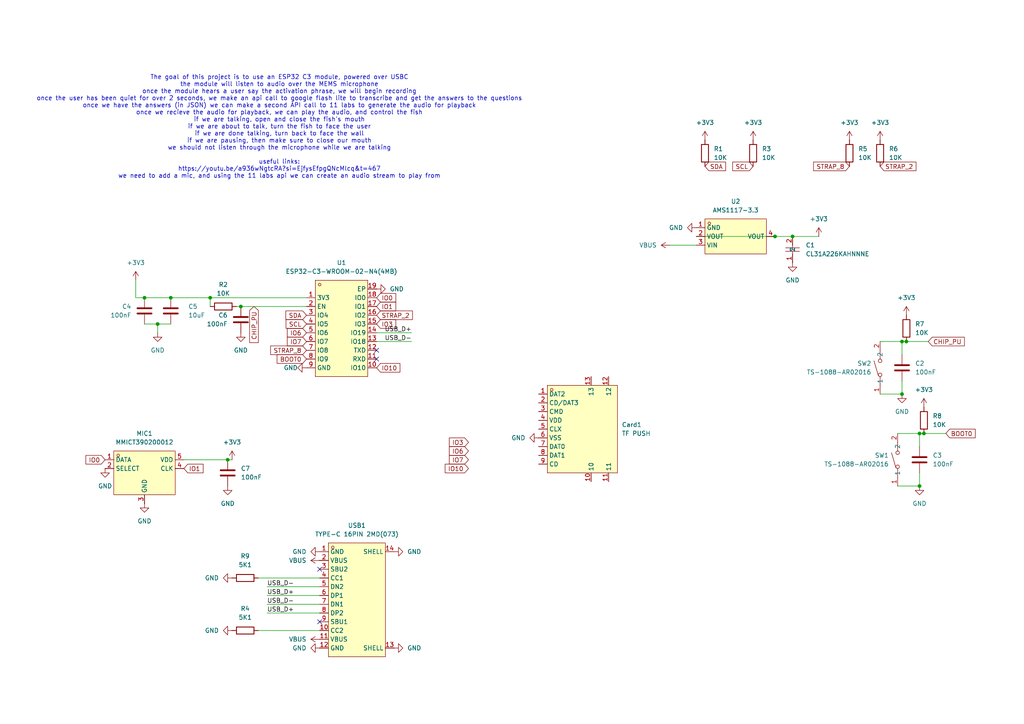
<source format=kicad_sch>
(kicad_sch (version 20231120) (generator "eeschema") (generator_version "8.0")
  (paper "A4")
  (lib_symbols
    (symbol "Device:C" (pin_numbers hide) (pin_names (offset 0.254))
      (property "Reference" "C" (at 0.635 2.54 0))
      (property "Value" "C" (at 0.635 -2.54 0))
      (symbol "C_0_1"
        (polyline (pts (xy -2.032 -0.762) (xy 2.032 -0.762)) (stroke (width 0.508)))
        (polyline (pts (xy -2.032 0.762) (xy 2.032 0.762)) (stroke (width 0.508)))
      )
      (symbol "C_1_1"
        (pin passive line (at 0 3.81 270) (length 2.794) (name "~") (number "1"))
        (pin passive line (at 0 -3.81 90) (length 2.794) (name "~") (number "2"))
      )
    )
    (symbol "Device:R" (pin_numbers hide) (pin_names (offset 0))
      (property "Reference" "R" (at 2.032 0 90))
      (property "Value" "R" (at 0 0 90))
      (symbol "R_0_1"
        (rectangle (start -1.016 -2.54) (end 1.016 2.54) (stroke (width 0.254)))
      )
      (symbol "R_1_1"
        (pin passive line (at 0 3.81 270) (length 1.27) (name "~") (number "1"))
        (pin passive line (at 0 -3.81 90) (length 1.27) (name "~") (number "2"))
      )
    )
    (symbol "lib:AMS1117-3.3"
      (property "Reference" "U" (at 0 7.62 0))
      (property "Value" "AMS1117-3.3" (at 0 -7.62 0))
      (symbol "AMS1117-3.3_0_1"
        (rectangle (start -8.89 5.08) (end 8.89 -5.08) (fill (type background)))
        (circle (center -7.62 3.81) (radius 0.38))
        (pin unspecified line (at -11.43 2.54 0) (length 2.54) (name "GND") (number "1"))
        (pin unspecified line (at -11.43 0 0) (length 2.54) (name "VOUT") (number "2"))
        (pin unspecified line (at -11.43 -2.54 0) (length 2.54) (name "VIN") (number "3"))
        (pin unspecified line (at 11.43 0 180) (length 2.54) (name "VOUT") (number "4"))
      )
    )
    (symbol "lib:CL31A226KAHNNNE"
      (property "Reference" "C" (at 0 5.08 0))
      (property "Value" "CL31A226KAHNNNE" (at 0 -5.08 0))
      (symbol "CL31A226KAHNNNE_0_1"
        (polyline (pts (xy -1.27 0) (xy -0.51 0)))
        (polyline (pts (xy -0.51 2.03) (xy -0.51 -2.03)))
        (polyline (pts (xy 0.51 0) (xy 1.27 0)))
        (polyline (pts (xy 0.51 2.03) (xy 0.51 -2.03)))
        (pin input line (at -3.81 0 0) (length 2.54) (name "1") (number "1"))
        (pin input line (at 3.81 0 180) (length 2.54) (name "2") (number "2"))
      )
    )
    (symbol "lib:ESP32-C3-WROOM-02-N4(4MB)"
      (property "Reference" "U" (at 0 16.51 0))
      (property "Value" "ESP32-C3-WROOM-02-N4(4MB)" (at 0 -16.51 0))
      (symbol "ESP32-C3-WROOM-02-N4(4MB)_0_1"
        (rectangle (start -7.62 13.97) (end 7.62 -13.97) (fill (type background)))
        (circle (center -6.35 12.7) (radius 0.38))
        (pin unspecified line (at -10.16 8.89 0) (length 2.54) (name "3V3") (number "1"))
        (pin unspecified line (at 10.16 -11.43 180) (length 2.54) (name "IO10") (number "10"))
        (pin unspecified line (at 10.16 -8.89 180) (length 2.54) (name "RXD") (number "11"))
        (pin unspecified line (at 10.16 -6.35 180) (length 2.54) (name "TXD") (number "12"))
        (pin unspecified line (at 10.16 -3.81 180) (length 2.54) (name "IO18") (number "13"))
        (pin unspecified line (at 10.16 -1.27 180) (length 2.54) (name "IO19") (number "14"))
        (pin unspecified line (at 10.16 1.27 180) (length 2.54) (name "IO3") (number "15"))
        (pin unspecified line (at 10.16 3.81 180) (length 2.54) (name "IO2") (number "16"))
        (pin unspecified line (at 10.16 6.35 180) (length 2.54) (name "IO1") (number "17"))
        (pin unspecified line (at 10.16 8.89 180) (length 2.54) (name "IO0") (number "18"))
        (pin unspecified line (at 10.16 11.43 180) (length 2.54) (name "EP") (number "19"))
        (pin unspecified line (at -10.16 6.35 0) (length 2.54) (name "EN") (number "2"))
        (pin unspecified line (at -10.16 3.81 0) (length 2.54) (name "IO4") (number "3"))
        (pin unspecified line (at -10.16 1.27 0) (length 2.54) (name "IO5") (number "4"))
        (pin unspecified line (at -10.16 -1.27 0) (length 2.54) (name "IO6") (number "5"))
        (pin unspecified line (at -10.16 -3.81 0) (length 2.54) (name "IO7") (number "6"))
        (pin unspecified line (at -10.16 -6.35 0) (length 2.54) (name "IO8") (number "7"))
        (pin unspecified line (at -10.16 -8.89 0) (length 2.54) (name "IO9") (number "8"))
        (pin unspecified line (at -10.16 -11.43 0) (length 2.54) (name "GND") (number "9"))
      )
    )
    (symbol "lib:MMICT390200012"
      (property "Reference" "MIC" (at 0 10.16 0))
      (property "Value" "MMICT390200012" (at 0 -12.7 0))
      (symbol "MMICT390200012_0_1"
        (rectangle (start -8.89 7.62) (end 8.89 -5.08) (fill (type background)))
        (circle (center -7.62 6.35) (radius 0.38))
        (pin unspecified line (at -11.43 5.08 0) (length 2.54) (name "DATA") (number "1"))
        (pin unspecified line (at -11.43 2.54 0) (length 2.54) (name "SELECT") (number "2"))
        (pin unspecified line (at 0 -7.62 90) (length 2.54) (name "GND") (number "3"))
        (pin unspecified line (at 11.43 2.54 180) (length 2.54) (name "CLK") (number "4"))
        (pin unspecified line (at 11.43 5.08 180) (length 2.54) (name "VDD") (number "5"))
      )
    )
    (symbol "lib:TFPUSH"
      (property "Reference" "Card" (at 0 20.32 0))
      (property "Value" "TF PUSH" (at 0 -20.32 0))
      (symbol "TFPUSH_0_1"
        (rectangle (start -7.62 12.7) (end 12.7 -12.7) (fill (type background)))
        (circle (center -6.35 11.43) (radius 0.38))
        (pin unspecified line (at -10.16 10.16 0) (length 2.54) (name "DAT2") (number "1"))
        (pin unspecified line (at 5.08 -15.24 90) (length 2.54) (name "10") (number "10"))
        (pin unspecified line (at 10.16 -15.24 90) (length 2.54) (name "11") (number "11"))
        (pin unspecified line (at 10.16 15.24 270) (length 2.54) (name "12") (number "12"))
        (pin unspecified line (at 5.08 15.24 270) (length 2.54) (name "13") (number "13"))
        (pin unspecified line (at -10.16 7.62 0) (length 2.54) (name "CD/DAT3") (number "2"))
        (pin unspecified line (at -10.16 5.08 0) (length 2.54) (name "CMD") (number "3"))
        (pin unspecified line (at -10.16 2.54 0) (length 2.54) (name "VDD") (number "4"))
        (pin unspecified line (at -10.16 0 0) (length 2.54) (name "CLX") (number "5"))
        (pin unspecified line (at -10.16 -2.54 0) (length 2.54) (name "VSS") (number "6"))
        (pin unspecified line (at -10.16 -5.08 0) (length 2.54) (name "DAT0") (number "7"))
        (pin unspecified line (at -10.16 -7.62 0) (length 2.54) (name "DAT1") (number "8"))
        (pin unspecified line (at -10.16 -10.16 0) (length 2.54) (name "CD") (number "9"))
      )
    )
    (symbol "lib:TS-1088-AR02016"
      (property "Reference" "SW" (at 0 5.08 0))
      (property "Value" "TS-1088-AR02016" (at 0 -5.08 0))
      (symbol "TS-1088-AR02016_0_1"
        (circle (center -2.03 0) (radius 0.51))
        (polyline (pts (xy -5.08 0) (xy -2.54 0)))
        (polyline (pts (xy -2.29 0.51) (xy 2.03 1.78)))
        (polyline (pts (xy 5.08 0) (xy 2.54 0)))
        (circle (center 2.03 0) (radius 0.51))
        (pin unspecified line (at -7.62 0 0) (length 2.54) (name "1") (number "1"))
        (pin unspecified line (at 7.62 0 180) (length 2.54) (name "2") (number "2"))
      )
    )
    (symbol "lib:TYPE-C16PIN2MD(073)"
      (property "Reference" "USB" (at 0 19.05 0))
      (property "Value" "TYPE-C 16PIN 2MD(073)" (at 0 -19.05 0))
      (symbol "TYPE-C16PIN2MD(073)_0_1"
        (rectangle (start -8.89 16.51) (end 7.62 -16.51) (fill (type background)))
        (circle (center -7.62 15.24) (radius 0.38))
        (pin unspecified line (at -11.43 13.97 0) (length 2.54) (name "GND") (number "1"))
        (pin unspecified line (at -11.43 -8.89 0) (length 2.54) (name "CC2") (number "10"))
        (pin unspecified line (at -11.43 -11.43 0) (length 2.54) (name "VBUS") (number "11"))
        (pin unspecified line (at -11.43 -13.97 0) (length 2.54) (name "GND") (number "12"))
        (pin unspecified line (at 10.16 -13.97 180) (length 2.54) (name "SHELL") (number "13"))
        (pin unspecified line (at 10.16 13.97 180) (length 2.54) (name "SHELL") (number "14"))
        (pin unspecified line (at -11.43 11.43 0) (length 2.54) (name "VBUS") (number "2"))
        (pin unspecified line (at -11.43 8.89 0) (length 2.54) (name "SBU2") (number "3"))
        (pin unspecified line (at -11.43 6.35 0) (length 2.54) (name "CC1") (number "4"))
        (pin unspecified line (at -11.43 3.81 0) (length 2.54) (name "DN2") (number "5"))
        (pin unspecified line (at -11.43 1.27 0) (length 2.54) (name "DP1") (number "6"))
        (pin unspecified line (at -11.43 -1.27 0) (length 2.54) (name "DN1") (number "7"))
        (pin unspecified line (at -11.43 -3.81 0) (length 2.54) (name "DP2") (number "8"))
        (pin unspecified line (at -11.43 -6.35 0) (length 2.54) (name "SBU1") (number "9"))
      )
    )
    (symbol "power:+3V3" (power) (pin_numbers hide) (pin_names (offset 0) hide)
      (property "Value" "+3V3" (at 0 3.556 0))
      (symbol "+3V3_0_1"
        (polyline (pts (xy -0.762 1.27) (xy 0 2.54)))
        (polyline (pts (xy 0 0) (xy 0 2.54)))
        (polyline (pts (xy 0 2.54) (xy 0.762 1.27)))
      )
      (symbol "+3V3_1_1"
        (pin power_in line (at 0 0 90) (length 0) (name "~") (number "1"))
      )
    )
    (symbol "power:GND" (power) (pin_numbers hide) (pin_names (offset 0) hide)
      (property "Value" "GND" (at 0 -3.81 0))
      (symbol "GND_0_1"
        (polyline (pts (xy 0 0) (xy 0 -1.27) (xy 1.27 -1.27) (xy 0 -2.54) (xy -1.27 -1.27) (xy 0 -1.27)))
      )
      (symbol "GND_1_1"
        (pin power_in line (at 0 0 270) (length 0) (name "~") (number "1"))
      )
    )
    (symbol "power:VBUS" (power) (pin_numbers hide) (pin_names (offset 0) hide)
      (property "Value" "VBUS" (at 0 3.556 0))
      (symbol "VBUS_0_1"
        (polyline (pts (xy -0.762 1.27) (xy 0 2.54)))
        (polyline (pts (xy 0 0) (xy 0 2.54)))
        (polyline (pts (xy 0 2.54) (xy 0.762 1.27)))
      )
      (symbol "VBUS_1_1"
        (pin power_in line (at 0 0 90) (length 0) (name "~") (number "1"))
      )
    )
  )
  (junction (at 224.79 68.58))
  (junction (at 66.04 133.35))
  (junction (at 45.72 93.98))
  (junction (at 49.53 86.36))
  (junction (at 267.97 125.73))
  (junction (at 60.96 86.36))
  (junction (at 266.7 125.73))
  (junction (at 229.87 68.58))
  (junction (at 69.85 88.9))
  (junction (at 41.91 86.36))
  (junction (at 266.7 140.97))
  (junction (at 261.62 114.3))
  (junction (at 262.89 99.06))
  (junction (at 261.62 99.06))
  (no_connect (at 109.22 101.6))
  (no_connect (at 92.71 165.1))
  (no_connect (at 92.71 180.34))
  (no_connect (at 109.22 104.14))
  (wire (pts (xy 66.04 133.35) (xy 53.34 133.35)))
  (wire (pts (xy 77.47 172.72) (xy 92.71 172.72)))
  (wire (pts (xy 194.31 71.12) (xy 201.93 71.12)))
  (wire (pts (xy 119.38 96.52) (xy 109.22 96.52)))
  (wire (pts (xy 229.87 68.58) (xy 224.79 68.58)))
  (wire (pts (xy 260.35 140.97) (xy 266.7 140.97)))
  (wire (pts (xy 255.27 99.06) (xy 261.62 99.06)))
  (wire (pts (xy 69.85 88.9) (xy 88.9 88.9)))
  (wire (pts (xy 49.53 86.36) (xy 60.96 86.36)))
  (wire (pts (xy 261.62 99.06) (xy 262.89 99.06)))
  (wire (pts (xy 60.96 86.36) (xy 88.9 86.36)))
  (wire (pts (xy 74.93 182.88) (xy 92.71 182.88)))
  (wire (pts (xy 39.37 86.36) (xy 41.91 86.36)))
  (wire (pts (xy 49.53 93.98) (xy 45.72 93.98)))
  (wire (pts (xy 266.7 137.16) (xy 266.7 140.97)))
  (wire (pts (xy 261.62 99.06) (xy 261.62 102.87)))
  (wire (pts (xy 45.72 96.52) (xy 45.72 93.98)))
  (wire (pts (xy 77.47 175.26) (xy 92.71 175.26)))
  (wire (pts (xy 74.93 167.64) (xy 92.71 167.64)))
  (wire (pts (xy 68.58 88.9) (xy 69.85 88.9)))
  (wire (pts (xy 201.93 68.58) (xy 224.79 68.58)))
  (wire (pts (xy 77.47 177.8) (xy 92.71 177.8)))
  (wire (pts (xy 266.7 125.73) (xy 266.7 129.54)))
  (wire (pts (xy 267.97 125.73) (xy 274.32 125.73)))
  (wire (pts (xy 119.38 99.06) (xy 109.22 99.06)))
  (wire (pts (xy 77.47 170.18) (xy 92.71 170.18)))
  (wire (pts (xy 262.89 99.06) (xy 269.24 99.06)))
  (wire (pts (xy 237.49 68.58) (xy 229.87 68.58)))
  (wire (pts (xy 41.91 86.36) (xy 49.53 86.36)))
  (wire (pts (xy 67.31 133.35) (xy 66.04 133.35)))
  (wire (pts (xy 260.35 125.73) (xy 266.7 125.73)))
  (wire (pts (xy 60.96 86.36) (xy 60.96 88.9)))
  (wire (pts (xy 255.27 114.3) (xy 261.62 114.3)))
  (wire (pts (xy 39.37 81.28) (xy 39.37 86.36)))
  (wire (pts (xy 41.91 93.98) (xy 45.72 93.98)))
  (wire (pts (xy 266.7 125.73) (xy 267.97 125.73)))
  (wire (pts (xy 261.62 110.49) (xy 261.62 114.3)))
  (text "The goal of this project is to use an ESP32 C3 module, powered over USBC\nthe module will listen to audio over the MEMS microphone\nonce the module hears a user say the activation phrase, we will begin recording\nonce the user has been quiet for over 2 seconds, we make an api call to google flash lite to transcribe and get the answers to the questions\nonce we have the answers (in JSON) we can make a second API call to 11 labs to generate the audio for playback\nonce we recieve the audio for playback, we can play the audio, and control the fish\nif we are talking, open and close the fish's mouth\nif we are about to talk, turn the fish to face the user\nif we are done talking, turn back to face the wall\nif we are pausing, then make sure to close our mouth\nwe should not listen through the microphone while we are talking\n\nuseful links:\nhttps://youtu.be/a936wNgtcRA?si=EjfysEfpgQNcMlcq&t=467\nwe need to add a mic, and using the 11 labs api we can create an audio stream to play from" (at 81.026 36.83 0) (effects (font (size 1.27 1.27))))
  (label "USB_D+" (at 77.47 172.72 0))
  (label "USB_D+" (at 77.47 177.8 0))
  (label "USB_D+" (at 119.38 96.52 180))
  (label "USB_D-" (at 119.38 99.06 180))
  (label "USB_D-" (at 77.47 170.18 0))
  (label "USB_D-" (at 77.47 175.26 0))
  (global_label "STRAP_8" (shape input) (at 246.38 48.26 180) (property "Intersheetrefs" "${INTERSHEET_REFS}" (effects (hide yes))))
  (global_label "IO7" (shape input) (at 88.9 99.06 180) (property "Intersheetrefs" "${INTERSHEET_REFS}" (effects (hide yes))))
  (global_label "SDA" (shape input) (at 204.47 48.26 0) (property "Intersheetrefs" "${INTERSHEET_REFS}" (effects (hide yes))))
  (global_label "STRAP_2" (shape input) (at 255.27 48.26 0) (property "Intersheetrefs" "${INTERSHEET_REFS}" (effects (hide yes))))
  (global_label "STRAP_2" (shape input) (at 109.22 91.44 0) (property "Intersheetrefs" "${INTERSHEET_REFS}" (effects (hide yes))))
  (global_label "IO1" (shape input) (at 53.34 135.89 0) (property "Intersheetrefs" "${INTERSHEET_REFS}" (effects (hide yes))))
  (global_label "IO3" (shape input) (at 135.89 128.27 180) (property "Intersheetrefs" "${INTERSHEET_REFS}" (effects (hide yes))))
  (global_label "STRAP_8" (shape input) (at 88.9 101.6 180) (property "Intersheetrefs" "${INTERSHEET_REFS}" (effects (hide yes))))
  (global_label "IO3" (shape input) (at 109.22 93.98 0) (property "Intersheetrefs" "${INTERSHEET_REFS}" (effects (hide yes))))
  (global_label "IO0" (shape input) (at 30.48 133.35 180) (property "Intersheetrefs" "${INTERSHEET_REFS}" (effects (hide yes))))
  (global_label "SDA" (shape input) (at 88.9 91.44 180) (property "Intersheetrefs" "${INTERSHEET_REFS}" (effects (hide yes))))
  (global_label "IO10" (shape input) (at 109.22 106.68 0) (property "Intersheetrefs" "${INTERSHEET_REFS}" (effects (hide yes))))
  (global_label "BOOT0" (shape input) (at 274.32 125.73 0) (property "Intersheetrefs" "${INTERSHEET_REFS}" (effects (hide yes))))
  (global_label "IO6" (shape input) (at 88.9 96.52 180) (property "Intersheetrefs" "${INTERSHEET_REFS}" (effects (hide yes))))
  (global_label "IO1" (shape input) (at 109.22 88.9 0) (property "Intersheetrefs" "${INTERSHEET_REFS}" (effects (hide yes))))
  (global_label "SCL" (shape input) (at 88.9 93.98 180) (property "Intersheetrefs" "${INTERSHEET_REFS}" (effects (hide yes))))
  (global_label "CHIP_PU" (shape input) (at 269.24 99.06 0) (property "Intersheetrefs" "${INTERSHEET_REFS}" (effects (hide yes))))
  (global_label "SCL" (shape input) (at 218.44 48.26 180) (property "Intersheetrefs" "${INTERSHEET_REFS}" (effects (hide yes))))
  (global_label "CHIP_PU" (shape input) (at 73.66 88.9 270) (property "Intersheetrefs" "${INTERSHEET_REFS}" (effects (hide yes))))
  (global_label "IO10" (shape input) (at 135.89 135.89 180) (property "Intersheetrefs" "${INTERSHEET_REFS}" (effects (hide yes))))
  (global_label "IO6" (shape input) (at 135.89 130.81 180) (property "Intersheetrefs" "${INTERSHEET_REFS}" (effects (hide yes))))
  (global_label "IO7" (shape input) (at 135.89 133.35 180) (property "Intersheetrefs" "${INTERSHEET_REFS}" (effects (hide yes))))
  (global_label "BOOT0" (shape input) (at 88.9 104.14 180) (property "Intersheetrefs" "${INTERSHEET_REFS}" (effects (hide yes))))
  (global_label "IO0" (shape input) (at 109.22 86.36 0) (property "Intersheetrefs" "${INTERSHEET_REFS}" (effects (hide yes))))
  (symbol (lib_id "power:+3V3") (at 218.44 40.64 0) (unit 1)
    (property "Reference" "#PWR02" (effects (hide yes)))
    (property "Value" "+3V3" (at 218.44 35.56 0))
    (property "Description" "Power symbol creates a global label with name \"+3V3\"" (effects (hide yes)))
  )
  (symbol (lib_id "power:+3V3") (at 255.27 40.64 0) (unit 1)
    (property "Reference" "#PWR05" (effects (hide yes)))
    (property "Value" "+3V3" (at 255.27 35.56 0))
    (property "Description" "Power symbol creates a global label with name \"+3V3\"" (effects (hide yes)))
  )
  (symbol (lib_id "power:GND") (at 67.31 167.64 270) (unit 1)
    (property "Reference" "#PWR019" (effects (hide yes)))
    (property "Value" "GND" (at 63.5 167.6399 90) (effects (justify right)))
    (property "Description" "Power symbol creates a global label with name \"GND\" , ground" (effects (hide yes)))
  )
  (symbol (lib_id "power:VBUS") (at 92.71 185.42 90) (unit 1)
    (property "Reference" "#PWR021" (effects (hide yes)))
    (property "Value" "VBUS" (at 88.9 185.4199 90) (effects (justify left)))
    (property "Description" "Power symbol creates a global label with name \"VBUS\"" (effects (hide yes)))
  )
  (symbol (lib_id "power:GND") (at 30.48 135.89 0) (unit 1)
    (property "Reference" "#PWR029" (effects (hide yes)))
    (property "Value" "GND" (at 30.48 140.97 0))
    (property "Description" "Power symbol creates a global label with name \"GND\" , ground" (effects (hide yes)))
  )
  (symbol (lib_id "Device:R") (at 255.27 44.45 180) (unit 1)
    (property "Reference" "R6" (at 257.81 43.1799 0) (effects (justify right)))
    (property "Value" "10K" (at 257.81 45.7199 0) (effects (justify right)))
    (property "Footprint" "Resistor_SMD:R_0603_1608Metric" (effects (hide yes)))
    (property "Description" "Resistor" (effects (hide yes)))
  )
  (symbol (lib_id "lib:TFPUSH") (at 166.37 124.46 0) (unit 1)
    (property "Reference" "Card1" (at 180.34 123.1899 0) (effects (justify left)))
    (property "Value" "TF PUSH" (at 180.34 125.7299 0) (effects (justify left)))
    (property "Footprint" "lib:TF-SMD_TF-PUSH" (effects (hide yes)))
    (property "Datasheet" "https://lcsc.com/product-detail/Connector-Card-Sockets_SHOU-HAN-SHOU-HAN-TFDeck-TF-Deck_C393941.html" (effects (hide yes)))
    (property "LCSC Part" "C393941" (effects (hide yes)))
  )
  (symbol (lib_id "lib:TYPE-C16PIN2MD(073)") (at 104.14 173.99 0) (unit 1)
    (property "Reference" "USB1" (at 103.505 152.4 0))
    (property "Value" "TYPE-C 16PIN 2MD(073)" (at 103.505 154.94 0))
    (property "Footprint" "lib:USB-C-SMD_TYPE-C-6PIN-2MD-073" (effects (hide yes)))
    (property "LCSC Part" "C2765186" (effects (hide yes)))
  )
  (symbol (lib_id "power:GND") (at 67.31 182.88 270) (unit 1)
    (property "Reference" "#PWR018" (effects (hide yes)))
    (property "Value" "GND" (at 63.5 182.8799 90) (effects (justify right)))
    (property "Description" "Power symbol creates a global label with name \"GND\" , ground" (effects (hide yes)))
  )
  (symbol (lib_id "Device:C") (at 69.85 92.71 0) (unit 1)
    (property "Reference" "C6" (at 66.04 91.4399 0) (effects (justify right)))
    (property "Value" "100nF" (at 66.04 93.9799 0) (effects (justify right)))
    (property "Footprint" "Capacitor_SMD:C_0402_1005Metric" (effects (hide yes)))
    (property "Description" "Unpolarized capacitor" (effects (hide yes)))
  )
  (symbol (lib_id "power:+3V3") (at 246.38 40.64 0) (unit 1)
    (property "Reference" "#PWR04" (effects (hide yes)))
    (property "Value" "+3V3" (at 246.38 35.56 0))
    (property "Description" "Power symbol creates a global label with name \"+3V3\"" (effects (hide yes)))
  )
  (symbol (lib_id "power:GND") (at 88.9 106.68 270) (unit 1)
    (property "Reference" "#PWR09" (effects (hide yes)))
    (property "Value" "GND" (at 86.36 106.6799 90) (effects (justify right)))
    (property "Description" "Power symbol creates a global label with name \"GND\" , ground" (effects (hide yes)))
  )
  (symbol (lib_id "power:+3V3") (at 237.49 68.58 0) (unit 1)
    (property "Reference" "#PWR024" (effects (hide yes)))
    (property "Value" "+3V3" (at 237.49 63.5 0))
    (property "Description" "Power symbol creates a global label with name \"+3V3\"" (effects (hide yes)))
  )
  (symbol (lib_id "lib:TS-1088-AR02016") (at 255.27 106.68 90) (unit 1)
    (property "Reference" "SW2" (at 252.73 105.4099 90) (effects (justify left)))
    (property "Value" "TS-1088-AR02016" (at 252.73 107.9499 90) (effects (justify left)))
    (property "Footprint" "lib:SW-SMD_L3.9-W3.0-P4.45" (effects (hide yes)))
    (property "Datasheet" "https://lcsc.com/product-detail/Tactile-Switches_XUNPU-TS-1088-AR02016_C720477.html" (effects (hide yes)))
    (property "LCSC Part" "C720477" (effects (hide yes)))
  )
  (symbol (lib_id "Device:C") (at 261.62 106.68 0) (unit 1)
    (property "Reference" "C2" (at 265.43 105.4099 0) (effects (justify left)))
    (property "Value" "100nF" (at 265.43 107.9499 0) (effects (justify left)))
    (property "Footprint" "Capacitor_SMD:C_0402_1005Metric" (effects (hide yes)))
    (property "Description" "Unpolarized capacitor" (effects (hide yes)))
  )
  (symbol (lib_id "power:+3V3") (at 262.89 91.44 0) (unit 1)
    (property "Reference" "#PWR013" (effects (hide yes)))
    (property "Value" "+3V3" (at 262.89 86.36 0))
    (property "Description" "Power symbol creates a global label with name \"+3V3\"" (effects (hide yes)))
  )
  (symbol (lib_id "Device:C") (at 41.91 90.17 0) (unit 1)
    (property "Reference" "C4" (at 38.1 88.8999 0) (effects (justify right)))
    (property "Value" "100nF" (at 38.1 91.4399 0) (effects (justify right)))
    (property "Footprint" "Capacitor_SMD:C_0402_1005Metric" (effects (hide yes)))
    (property "Description" "Unpolarized capacitor" (effects (hide yes)))
  )
  (symbol (lib_id "Device:R") (at 64.77 88.9 90) (unit 1)
    (property "Reference" "R2" (at 64.77 82.55 90))
    (property "Value" "10K" (at 64.77 85.09 90))
    (property "Footprint" "Resistor_SMD:R_0603_1608Metric" (effects (hide yes)))
    (property "Description" "Resistor" (effects (hide yes)))
  )
  (symbol (lib_id "power:GND") (at 201.93 66.04 270) (unit 1)
    (property "Reference" "#PWR025" (effects (hide yes)))
    (property "Value" "GND" (at 198.12 66.0399 90) (effects (justify right)))
    (property "Description" "Power symbol creates a global label with name \"GND\" , ground" (effects (hide yes)))
  )
  (symbol (lib_id "power:GND") (at 114.3 187.96 90) (unit 1)
    (property "Reference" "#PWR016" (effects (hide yes)))
    (property "Value" "GND" (at 118.11 187.9599 90) (effects (justify right)))
    (property "Description" "Power symbol creates a global label with name \"GND\" , ground" (effects (hide yes)))
  )
  (symbol (lib_id "power:GND") (at 69.85 96.52 0) (unit 1)
    (property "Reference" "#PWR08" (effects (hide yes)))
    (property "Value" "GND" (at 69.85 101.6 0))
    (property "Description" "Power symbol creates a global label with name \"GND\" , ground" (effects (hide yes)))
  )
  (symbol (lib_id "lib:TS-1088-AR02016") (at 260.35 133.35 90) (unit 1)
    (property "Reference" "SW1" (at 257.81 132.0799 90) (effects (justify left)))
    (property "Value" "TS-1088-AR02016" (at 257.81 134.6199 90) (effects (justify left)))
    (property "Footprint" "lib:SW-SMD_L3.9-W3.0-P4.45" (effects (hide yes)))
    (property "Datasheet" "https://lcsc.com/product-detail/Tactile-Switches_XUNPU-TS-1088-AR02016_C720477.html" (effects (hide yes)))
    (property "LCSC Part" "C720477" (effects (hide yes)))
  )
  (symbol (lib_id "power:+3V3") (at 67.31 133.35 0) (unit 1)
    (property "Reference" "#PWR027" (effects (hide yes)))
    (property "Value" "+3V3" (at 67.31 128.27 0))
    (property "Description" "Power symbol creates a global label with name \"+3V3\"" (effects (hide yes)))
  )
  (symbol (lib_id "Device:R") (at 204.47 44.45 0) (unit 1)
    (property "Reference" "R1" (at 207.01 43.1799 0) (effects (justify left)))
    (property "Value" "10K" (at 207.01 45.7199 0) (effects (justify left)))
    (property "Footprint" "Resistor_SMD:R_0603_1608Metric" (effects (hide yes)))
    (property "Description" "Resistor" (effects (hide yes)))
  )
  (symbol (lib_id "power:+3V3") (at 204.47 40.64 0) (unit 1)
    (property "Reference" "#PWR01" (effects (hide yes)))
    (property "Value" "+3V3" (at 204.47 35.56 0))
    (property "Description" "Power symbol creates a global label with name \"+3V3\"" (effects (hide yes)))
  )
  (symbol (lib_id "power:+3V3") (at 39.37 81.28 0) (unit 1)
    (property "Reference" "#PWR06" (effects (hide yes)))
    (property "Value" "+3V3" (at 39.37 76.2 0))
    (property "Description" "Power symbol creates a global label with name \"+3V3\"" (effects (hide yes)))
  )
  (symbol (lib_id "power:GND") (at 92.71 187.96 270) (unit 1)
    (property "Reference" "#PWR017" (effects (hide yes)))
    (property "Value" "GND" (at 88.9 187.9599 90) (effects (justify right)))
    (property "Description" "Power symbol creates a global label with name \"GND\" , ground" (effects (hide yes)))
  )
  (symbol (lib_id "lib:MMICT390200012") (at 41.91 138.43 0) (unit 1)
    (property "Reference" "MIC1" (at 41.91 125.73 0))
    (property "Value" "MMICT390200012" (at 41.91 128.27 0))
    (property "Footprint" "lib:MIC-SMD_5P-L3.5-W2.7-TL_MMICT390200012" (effects (hide yes)))
    (property "LCSC Part" "C3171752" (effects (hide yes)))
  )
  (symbol (lib_id "power:GND") (at 92.71 160.02 270) (unit 1)
    (property "Reference" "#PWR03" (effects (hide yes)))
    (property "Value" "GND" (at 88.9 160.0199 90) (effects (justify right)))
    (property "Description" "Power symbol creates a global label with name \"GND\" , ground" (effects (hide yes)))
  )
  (symbol (lib_id "power:GND") (at 114.3 160.02 90) (unit 1)
    (property "Reference" "#PWR011" (effects (hide yes)))
    (property "Value" "GND" (at 118.11 160.0199 90) (effects (justify right)))
    (property "Description" "Power symbol creates a global label with name \"GND\" , ground" (effects (hide yes)))
  )
  (symbol (lib_id "power:GND") (at 41.91 146.05 0) (unit 1)
    (property "Reference" "#PWR022" (effects (hide yes)))
    (property "Value" "GND" (at 41.91 151.13 0))
    (property "Description" "Power symbol creates a global label with name \"GND\" , ground" (effects (hide yes)))
  )
  (symbol (lib_id "power:VBUS") (at 92.71 162.56 90) (unit 1)
    (property "Reference" "#PWR020" (effects (hide yes)))
    (property "Value" "VBUS" (at 88.9 162.5599 90) (effects (justify left)))
    (property "Description" "Power symbol creates a global label with name \"VBUS\"" (effects (hide yes)))
  )
  (symbol (lib_id "power:VBUS") (at 194.31 71.12 90) (unit 1)
    (property "Reference" "#PWR023" (effects (hide yes)))
    (property "Value" "VBUS" (at 190.5 71.1199 90) (effects (justify left)))
    (property "Description" "Power symbol creates a global label with name \"VBUS\"" (effects (hide yes)))
  )
  (symbol (lib_id "power:GND") (at 109.22 83.82 90) (unit 1)
    (property "Reference" "#PWR010" (effects (hide yes)))
    (property "Value" "GND" (at 113.03 83.8199 90) (effects (justify right)))
    (property "Description" "Power symbol creates a global label with name \"GND\" , ground" (effects (hide yes)))
  )
  (symbol (lib_id "Device:R") (at 246.38 44.45 0) (unit 1)
    (property "Reference" "R5" (at 248.92 43.1799 0) (effects (justify left)))
    (property "Value" "10K" (at 248.92 45.7199 0) (effects (justify left)))
    (property "Footprint" "Resistor_SMD:R_0603_1608Metric" (effects (hide yes)))
    (property "Description" "Resistor" (effects (hide yes)))
  )
  (symbol (lib_id "lib:ESP32-C3-WROOM-02-N4(4MB)") (at 99.06 95.25 0) (unit 1)
    (property "Reference" "U1" (at 99.06 76.2 0))
    (property "Value" "ESP32-C3-WROOM-02-N4(4MB)" (at 99.06 78.74 0))
    (property "Footprint" "lib:BULETM-SMD_ESPRESSIF_ESP32-C3-WROOM-02-N4-4MB" (effects (hide yes)))
    (property "LCSC Part" "C2934560" (effects (hide yes)))
  )
  (symbol (lib_id "Device:C") (at 49.53 90.17 0) (unit 1)
    (property "Reference" "C5" (at 54.61 88.8999 0) (effects (justify left)))
    (property "Value" "10uF" (at 54.61 91.4399 0) (effects (justify left)))
    (property "Footprint" "Capacitor_SMD:C_0603_1608Metric" (effects (hide yes)))
    (property "Description" "Unpolarized capacitor" (effects (hide yes)))
  )
  (symbol (lib_id "lib:CL31A226KAHNNNE") (at 229.87 72.39 90) (unit 1)
    (property "Reference" "C1" (at 233.68 71.1199 90) (effects (justify right)))
    (property "Value" "CL31A226KAHNNNE" (at 233.68 73.6599 90) (effects (justify right)))
    (property "Footprint" "lib:C1206" (effects (hide yes)))
    (property "Datasheet" "https://lcsc.com/product-detail/Multilayer-Ceramic-Capacitors-MLCC-SMD-SMT_SAMSUNG_CL31A226KAHNNNE_22uF-226-10-25V_C12891.html" (effects (hide yes)))
    (property "LCSC Part" "C12891" (effects (hide yes)))
  )
  (symbol (lib_id "power:GND") (at 266.7 140.97 0) (unit 1)
    (property "Reference" "#PWR014" (effects (hide yes)))
    (property "Value" "GND" (at 266.7 146.05 0))
    (property "Description" "Power symbol creates a global label with name \"GND\" , ground" (effects (hide yes)))
  )
  (symbol (lib_id "power:GND") (at 156.21 127 270) (unit 1)
    (property "Reference" "#PWR030" (effects (hide yes)))
    (property "Value" "GND" (at 152.4 126.9999 90) (effects (justify right)))
    (property "Description" "Power symbol creates a global label with name \"GND\" , ground" (effects (hide yes)))
  )
  (symbol (lib_id "power:GND") (at 261.62 114.3 0) (unit 1)
    (property "Reference" "#PWR012" (effects (hide yes)))
    (property "Value" "GND" (at 261.62 119.38 0))
    (property "Description" "Power symbol creates a global label with name \"GND\" , ground" (effects (hide yes)))
  )
  (symbol (lib_id "Device:C") (at 266.7 133.35 0) (unit 1)
    (property "Reference" "C3" (at 270.51 132.0799 0) (effects (justify left)))
    (property "Value" "100nF" (at 270.51 134.6199 0) (effects (justify left)))
    (property "Footprint" "Capacitor_SMD:C_0402_1005Metric" (effects (hide yes)))
    (property "Description" "Unpolarized capacitor" (effects (hide yes)))
  )
  (symbol (lib_id "lib:AMS1117-3.3") (at 213.36 68.58 0) (unit 1)
    (property "Reference" "U2" (at 213.36 58.42 0))
    (property "Value" "AMS1117-3.3" (at 213.36 60.96 0))
    (property "Footprint" "lib:SOT-223-3_L6.5-W3.4-P2.30-LS7.0-BR" (effects (hide yes)))
    (property "Datasheet" "https://lcsc.com/product-detail/Low-Dropout-Regulators-LDO_AMS_AMS1117-3-3_AMS1117-3-3_C6186.html" (effects (hide yes)))
    (property "LCSC Part" "C6186" (effects (hide yes)))
  )
  (symbol (lib_id "power:GND") (at 45.72 96.52 0) (unit 1)
    (property "Reference" "#PWR07" (effects (hide yes)))
    (property "Value" "GND" (at 45.72 101.6 0))
    (property "Description" "Power symbol creates a global label with name \"GND\" , ground" (effects (hide yes)))
  )
  (symbol (lib_id "Device:R") (at 262.89 95.25 0) (unit 1)
    (property "Reference" "R7" (at 265.43 93.9799 0) (effects (justify left)))
    (property "Value" "10K" (at 265.43 96.5199 0) (effects (justify left)))
    (property "Footprint" "Resistor_SMD:R_0603_1608Metric" (effects (hide yes)))
    (property "Description" "Resistor" (effects (hide yes)))
  )
  (symbol (lib_id "Device:C") (at 66.04 137.16 0) (unit 1)
    (property "Reference" "C7" (at 69.85 135.8899 0) (effects (justify left)))
    (property "Value" "100nF" (at 69.85 138.4299 0) (effects (justify left)))
    (property "Description" "Unpolarized capacitor" (effects (hide yes)))
  )
  (symbol (lib_id "Device:R") (at 218.44 44.45 180) (unit 1)
    (property "Reference" "R3" (at 220.98 43.1799 0) (effects (justify right)))
    (property "Value" "10K" (at 220.98 45.7199 0) (effects (justify right)))
    (property "Footprint" "Resistor_SMD:R_0603_1608Metric" (effects (hide yes)))
    (property "Description" "Resistor" (effects (hide yes)))
  )
  (symbol (lib_id "Device:R") (at 71.12 182.88 90) (unit 1)
    (property "Reference" "R4" (at 71.12 176.53 90))
    (property "Value" "5K1" (at 71.12 179.07 90))
    (property "Description" "Resistor" (effects (hide yes)))
  )
  (symbol (lib_id "power:GND") (at 66.04 140.97 0) (unit 1)
    (property "Reference" "#PWR028" (effects (hide yes)))
    (property "Value" "GND" (at 66.04 146.05 0))
    (property "Description" "Power symbol creates a global label with name \"GND\" , ground" (effects (hide yes)))
  )
  (symbol (lib_id "power:GND") (at 229.87 76.2 0) (unit 1)
    (property "Reference" "#PWR026" (effects (hide yes)))
    (property "Value" "GND" (at 229.87 81.28 0))
    (property "Description" "Power symbol creates a global label with name \"GND\" , ground" (effects (hide yes)))
  )
  (symbol (lib_id "Device:R") (at 71.12 167.64 90) (unit 1)
    (property "Reference" "R9" (at 71.12 161.29 90))
    (property "Value" "5K1" (at 71.12 163.83 90))
    (property "Description" "Resistor" (effects (hide yes)))
  )
  (symbol (lib_id "power:+3V3") (at 267.97 118.11 0) (unit 1)
    (property "Reference" "#PWR015" (effects (hide yes)))
    (property "Value" "+3V3" (at 267.97 113.03 0))
    (property "Description" "Power symbol creates a global label with name \"+3V3\"" (effects (hide yes)))
  )
  (symbol (lib_id "Device:R") (at 267.97 121.92 0) (unit 1)
    (property "Reference" "R8" (at 270.51 120.6499 0) (effects (justify left)))
    (property "Value" "10K" (at 270.51 123.1899 0) (effects (justify left)))
    (property "Footprint" "Resistor_SMD:R_0603_1608Metric" (effects (hide yes)))
    (property "Description" "Resistor" (effects (hide yes)))
  )
)
</source>
